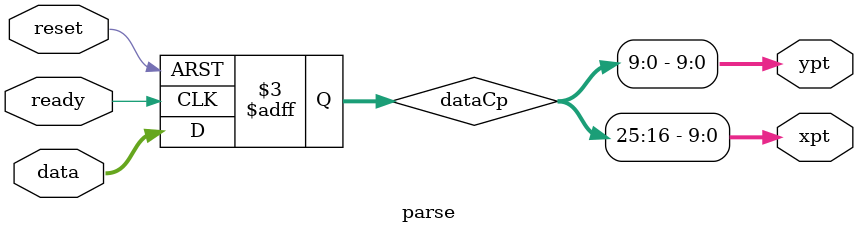
<source format=sv>
module lab7_SL(input  logic       clk, reset,
					input  logic 	    sclk, sdo, sdi,			// spi communication lines		
					output logic       vgaclk,						// 25 MHz VGA clock
					output logic       hsync, vsync, sync_b,	// to monitor & DAC
					output logic [7:0] r, g, b);					// to video DAC
	
	logic [9:0] xpt;
	logic [9:0] ypt;
	logic ready;
	logic [31:0] data;
	//for displaying vga
	vga vga1(.clk(clk),.xpt(xpt),.ypt(ypt),
				.vgaclk(vgaclk),.hsync(hsync),.vsync(vsync),
				.sync_b(sync_b),.r(r),.g(g),.b(b));
	//for receiving spi data
	spiRx spi(.sclk(sclk),.sdo(sdo),.reset(reset),.ready(ready),
					.sdi(sdi),.data(data));
	//for parsing data
	parse parser(.data(data),.reset(reset),.ready(ready),.xpt(xpt),.ypt(ypt));
endmodule


/*
Module for receiving 32 bit spi data

Author: Sherman Lam
Email: slam@g.hmc.edu
Date: 11-2-14
*/
module spiRx(  input logic sclk, sdo, reset,
					output logic ready, sdi,
					output logic [31:0] data);
	//counter for 32 bits
	parameter bits = 5'd31;
	logic [4:0] counter;
	
	//read on rising edge of spi clock
	always_ff@(posedge sclk) begin
		if (reset)	counter = '0;
		else 			counter = counter + 1'b1; 
	end
	
	//shift register
	always_ff@(posedge sclk) begin
		data = {data[30:0],sdo};
	end
	
	assign ready = (counter == 0);
	
	//send back bogus data
	always_ff@(negedge sclk)
		sdi = 0;
	
endmodule


/*
Module for parsing spi data

Author: Sherman Lam
Email: slam@g.hmc.edu
Date: 11-2-14
*/
module parse(	input logic [31:0] data,
					input logic ready, reset,
					output logic [9:0] xpt, ypt);
	
	logic [31:0] dataCp;
	
	//store 32 bit data
	always_ff@(posedge ready, posedge reset) begin
		if (reset) 	dataCp = '0;
		else 			dataCp = data;
	end
	
	//mask to get x and y
	always_comb begin
		xpt = dataCp[25:16];
		ypt = dataCp[9:0];
	end
endmodule
	
	
	

</source>
